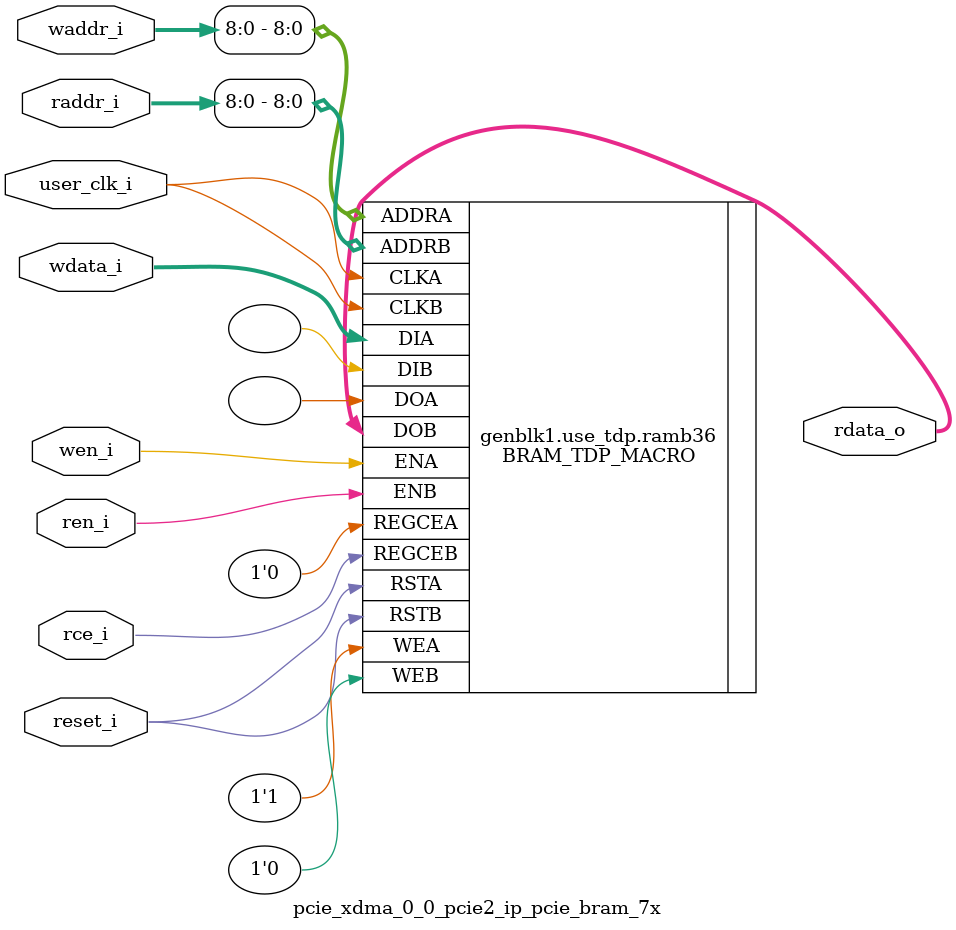
<source format=v>

`timescale 1ps/1ps

(* DowngradeIPIdentifiedWarnings = "yes" *)
module pcie_xdma_0_0_pcie2_ip_pcie_bram_7x
  #(
    parameter [3:0]  LINK_CAP_MAX_LINK_SPEED = 4'h1,        // PCIe Link Speed : 1 - 2.5 GT/s; 2 - 5.0 GT/s
    parameter [5:0]  LINK_CAP_MAX_LINK_WIDTH = 6'h08,       // PCIe Link Width : 1 / 2 / 4 / 8
    parameter IMPL_TARGET = "HARD",                         // the implementation target : HARD, SOFT
    parameter DOB_REG = 0,                                  // 1 - use the output register;
                                                            // 0 - don't use the output register
    parameter WIDTH = 0                                     // supported WIDTH's : 4, 9, 18, 36 - uses RAMB36
                                                            //                     72 - uses RAMB36SDP
    )
    (
     input               user_clk_i,// user clock
     input               reset_i,   // bram reset

     input               wen_i,     // write enable
     input [12:0]        waddr_i,   // write address
     input [WIDTH - 1:0] wdata_i,   // write data

     input               ren_i,     // read enable
     input               rce_i,     // output register clock enable
     input [12:0]        raddr_i,   // read address

     output [WIDTH - 1:0] rdata_o   // read data
     );

   // map the address bits
   localparam ADDR_MSB = ((WIDTH == 4)  ? 12 :
                          (WIDTH == 9)  ? 11 :
                          (WIDTH == 18) ? 10 :
                          (WIDTH == 36) ?  9 :
                                           8
                          );

   // set the width of the tied off low address bits
   localparam ADDR_LO_BITS = ((WIDTH == 4)  ? 2 :
                              (WIDTH == 9)  ? 3 :
                              (WIDTH == 18) ? 4 :
                              (WIDTH == 36) ? 5 :
                                              0 // for WIDTH 72 use RAMB36SDP
                              );

   // map the data bits
   localparam D_MSB =  ((WIDTH == 4)  ?  3 :
                        (WIDTH == 9)  ?  7 :
                        (WIDTH == 18) ? 15 :
                        (WIDTH == 36) ? 31 :
                                        63
                        );

   // map the data parity bits
   localparam DP_LSB =  D_MSB + 1;

   localparam DP_MSB =  ((WIDTH == 4)  ? 4 :
                         (WIDTH == 9)  ? 8 :
                         (WIDTH == 18) ? 17 :
                         (WIDTH == 36) ? 35 :
                                         71
                        );

   localparam DPW = DP_MSB - DP_LSB + 1;
   localparam WRITE_MODE = ((WIDTH == 72) && (!((LINK_CAP_MAX_LINK_SPEED == 4'h2) && (LINK_CAP_MAX_LINK_WIDTH == 6'h08)))) ? "WRITE_FIRST" :
                           ((LINK_CAP_MAX_LINK_SPEED == 4'h2) && (LINK_CAP_MAX_LINK_WIDTH == 6'h08)) ? "WRITE_FIRST" : "NO_CHANGE";

   localparam DEVICE = (IMPL_TARGET == "HARD") ? "7SERIES" : "VIRTEX6";
   localparam BRAM_SIZE = "36Kb";

   localparam WE_WIDTH =(DEVICE == "VIRTEX5" || DEVICE == "VIRTEX6" || DEVICE == "7SERIES") ?
                            ((WIDTH <= 9) ? 1 :
                             (WIDTH > 9 && WIDTH <= 18) ? 2 :
                             (WIDTH > 18 && WIDTH <= 36) ? 4 :
                             (WIDTH > 36 && WIDTH <= 72) ? 8 :
                             (BRAM_SIZE == "18Kb") ? 4 : 8 ) : 8;

   //synthesis translate_off
   initial begin
      //$display("[%t] %m DOB_REG %0d WIDTH %0d ADDR_MSB %0d ADDR_LO_BITS %0d DP_MSB %0d DP_LSB %0d D_MSB %0d",
      //          $time, DOB_REG,   WIDTH,    ADDR_MSB,    ADDR_LO_BITS,    DP_MSB,    DP_LSB,    D_MSB);

      case (WIDTH)
        4,9,18,36,72:;
        default:
          begin
             $display("[%t] %m Error WIDTH %0d not supported", $time, WIDTH);
             $finish;
          end
      endcase // case (WIDTH)
   end
   //synthesis translate_on

   generate
   if ((LINK_CAP_MAX_LINK_WIDTH == 6'h08 && LINK_CAP_MAX_LINK_SPEED == 4'h2) || (WIDTH == 72)) begin : use_sdp
        BRAM_SDP_MACRO #(
               .DEVICE        (DEVICE),
               .BRAM_SIZE     (BRAM_SIZE),
               .DO_REG        (DOB_REG),
               .READ_WIDTH    (WIDTH),
               .WRITE_WIDTH   (WIDTH),
               .WRITE_MODE    (WRITE_MODE)
               )
        ramb36sdp(
               .DO             (rdata_o[WIDTH-1:0]),
               .DI             (wdata_i[WIDTH-1:0]),
               .RDADDR         (raddr_i[ADDR_MSB:0]),
               .RDCLK          (user_clk_i),
               .RDEN           (ren_i),
               .REGCE          (rce_i),
               .RST            (reset_i),
               .WE             ({WE_WIDTH{1'b1}}),
               .WRADDR         (waddr_i[ADDR_MSB:0]),
               .WRCLK          (user_clk_i),
               .WREN           (wen_i)
               );

    end  // block: use_sdp
    else if (WIDTH <= 36) begin : use_tdp
    // use RAMB36's if the width is 4, 9, 18, or 36
        BRAM_TDP_MACRO #(
               .DEVICE        (DEVICE),
               .BRAM_SIZE     (BRAM_SIZE),
               .DOA_REG       (0),
               .DOB_REG       (DOB_REG),
               .READ_WIDTH_A  (WIDTH),
               .READ_WIDTH_B  (WIDTH),
               .WRITE_WIDTH_A (WIDTH),
               .WRITE_WIDTH_B (WIDTH),
               .WRITE_MODE_A  (WRITE_MODE)
               )
        ramb36(
               .DOA            (),
               .DOB            (rdata_o[WIDTH-1:0]),
               .ADDRA          (waddr_i[ADDR_MSB:0]),
               .ADDRB          (raddr_i[ADDR_MSB:0]),
               .CLKA           (user_clk_i),
               .CLKB           (user_clk_i),
               .DIA            (wdata_i[WIDTH-1:0]),
               .DIB            ({WIDTH{1'b0}}),
               .ENA            (wen_i),
               .ENB            (ren_i),
               .REGCEA         (1'b0),
               .REGCEB         (rce_i),
               .RSTA           (reset_i),
               .RSTB           (reset_i),
               .WEA            ({WE_WIDTH{1'b1}}),
               .WEB            ({WE_WIDTH{1'b0}})
               );
   end // block: use_tdp
   endgenerate

endmodule // pcie_bram_7x


</source>
